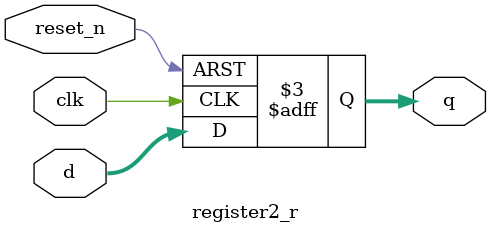
<source format=v>
module register2_r(clk, reset_n, d, q);				//Async Resettable 2bits D Flip-Flop Module
	input clk, reset_n;
	input [1:0] d;												//input define
	output reg [1:0] q;										//output define
	
	always @(posedge clk or negedge reset_n) begin	//when clk is 1
		if (reset_n == 0) q <= 2'b0;
		else q <= d;
	end
	
endmodule

</source>
